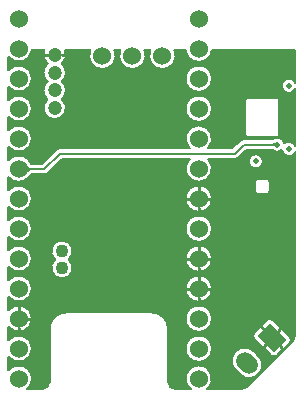
<source format=gbl>
G04 Layer: BottomLayer*
G04 EasyEDA Pro v2.2.40.8, 2025-10-17 17:16:52*
G04 Gerber Generator version 0.3*
G04 Scale: 100 percent, Rotated: No, Reflected: No*
G04 Dimensions in millimeters*
G04 Leading zeros omitted, absolute positions, 4 integers and 5 decimals*
G04 Generated by one-click*
%FSLAX45Y45*%
%MOMM*%
%AMOval*1,1,$1,$2,$3*1,1,$1,$4,$5*20,1,$1,$2,$3,$4,$5,0*%
%AMRect*21,1,$1,$2,0,0,$3*%
%ADD10C,0.2032*%
%ADD11C,0.254*%
%ADD12C,1.524*%
%ADD13C,1.2*%
%ADD14C,1.1*%
%ADD15Oval,1.5002X-0.17678X0.17678X0.17678X-0.17678*%
%ADD16Oval,1.5X-0.17678X0.17678X0.17678X-0.17678*%
%ADD17Rect,1.5X2.0X45.0*%
%ADD18C,0.5*%
%ADD19C,0.2*%
G75*


G04 Copper Start*
G36*
G01X319999Y35814D02*
G01X189369Y35814D01*
G01X205141Y49876D01*
G01X217991Y66649D01*
G01X227463Y85538D01*
G01X233219Y105869D01*
G01X235054Y126919D01*
G01X232904Y147940D01*
G01X226844Y168182D01*
G01X217090Y186927D01*
G01X203990Y203506D01*
G01X188010Y217330D01*
G01X169717Y227907D01*
G01X149764Y234861D01*
G01X128860Y237943D01*
G01X107749Y237045D01*
G01X87182Y232199D01*
G01X67891Y223576D01*
G01X50563Y211484D01*
G01X35814Y196353D01*
G01X35814Y309808D01*
G01X50612Y294635D01*
G01X68004Y282521D01*
G01X87365Y273900D01*
G01X108004Y269081D01*
G01X129182Y268235D01*
G01X150140Y271393D01*
G01X170127Y278443D01*
G01X188429Y289131D01*
G01X204391Y303076D01*
G01X217439Y319777D01*
G01X227108Y338637D01*
G01X233052Y358981D01*
G01X235057Y380081D01*
G01X233052Y401180D01*
G01X227108Y421524D01*
G01X217439Y440384D01*
G01X204391Y457085D01*
G01X188429Y471030D01*
G01X170127Y481718D01*
G01X150140Y488768D01*
G01X129182Y491926D01*
G01X108004Y491080D01*
G01X87365Y486261D01*
G01X68004Y477640D01*
G01X50612Y465526D01*
G01X35814Y450353D01*
G01X35814Y563808D01*
G01X50612Y548635D01*
G01X68004Y536521D01*
G01X87365Y527900D01*
G01X108004Y523081D01*
G01X129182Y522235D01*
G01X150140Y525393D01*
G01X170127Y532443D01*
G01X188429Y543131D01*
G01X204391Y557076D01*
G01X217439Y573777D01*
G01X227108Y592637D01*
G01X233052Y612981D01*
G01X235057Y634081D01*
G01X233052Y655180D01*
G01X227108Y675524D01*
G01X217439Y694384D01*
G01X204391Y711085D01*
G01X188429Y725030D01*
G01X170127Y735718D01*
G01X150140Y742768D01*
G01X129182Y745926D01*
G01X108004Y745080D01*
G01X87365Y740261D01*
G01X68004Y731640D01*
G01X50612Y719526D01*
G01X35814Y704353D01*
G01X35814Y817808D01*
G01X50612Y802635D01*
G01X68004Y790521D01*
G01X87365Y781900D01*
G01X108004Y777081D01*
G01X129182Y776235D01*
G01X150140Y779393D01*
G01X170127Y786443D01*
G01X188429Y797131D01*
G01X204391Y811076D01*
G01X217439Y827777D01*
G01X227108Y846637D01*
G01X233052Y866981D01*
G01X235057Y888081D01*
G01X1535029Y888081D01*
G01X1536936Y867498D01*
G01X1542593Y847616D01*
G01X1551807Y829113D01*
G01X1564264Y812617D01*
G01X1579540Y798691D01*
G01X1597114Y787810D01*
G01X1616389Y780343D01*
G01X1636708Y776544D01*
G01X1657379Y776544D01*
G01X1677697Y780343D01*
G01X1696972Y787810D01*
G01X1714547Y798691D01*
G01X1729823Y812617D01*
G01X1742279Y829113D01*
G01X1751493Y847616D01*
G01X1757150Y867498D01*
G01X1759057Y888081D01*
G01X1759057Y888081D01*
G01X1757150Y908663D01*
G01X1751493Y928545D01*
G01X1742279Y947048D01*
G01X1729823Y963544D01*
G01X1714547Y977470D01*
G01X1696972Y988351D01*
G01X1677697Y995818D01*
G01X1657379Y999617D01*
G01X1636708Y999617D01*
G01X1616389Y995818D01*
G01X1597114Y988351D01*
G01X1579540Y977470D01*
G01X1564264Y963544D01*
G01X1551807Y947048D01*
G01X1542593Y928545D01*
G01X1536936Y908663D01*
G01X1535029Y888081D01*
G01X235057Y888081D01*
G01X235057Y888081D01*
G01X233052Y909180D01*
G01X227108Y929524D01*
G01X217439Y948384D01*
G01X204391Y965085D01*
G01X188429Y979030D01*
G01X170127Y989718D01*
G01X150140Y996768D01*
G01X129182Y999926D01*
G01X108004Y999080D01*
G01X87365Y994261D01*
G01X68004Y985640D01*
G01X50612Y973526D01*
G01X35814Y958353D01*
G01X35814Y1071808D01*
G01X50612Y1056635D01*
G01X68004Y1044521D01*
G01X87365Y1035900D01*
G01X108004Y1031081D01*
G01X129182Y1030235D01*
G01X150140Y1033393D01*
G01X170127Y1040443D01*
G01X188429Y1051131D01*
G01X204391Y1065076D01*
G01X217439Y1081777D01*
G01X227108Y1100637D01*
G01X233052Y1120981D01*
G01X235057Y1142081D01*
G01X233052Y1163180D01*
G01X227108Y1183524D01*
G01X219116Y1199114D01*
G01X398091Y1199114D01*
G01X401357Y1180771D01*
G01X408297Y1163480D01*
G01X418619Y1147969D01*
G01X431890Y1134892D01*
G01X418619Y1121814D01*
G01X408297Y1106303D01*
G01X401357Y1089013D01*
G01X398091Y1070669D01*
G01X398638Y1052046D01*
G01X402975Y1033926D01*
G01X410918Y1017072D01*
G01X422133Y1002194D01*
G01X436148Y989918D01*
G01X452374Y980760D01*
G01X470128Y975107D01*
G01X488661Y973196D01*
G01X488661Y973196D01*
G01X507194Y975107D01*
G01X524948Y980760D01*
G01X541173Y989918D01*
G01X555189Y1002194D01*
G01X566404Y1017072D01*
G01X574347Y1033926D01*
G01X578683Y1052046D01*
G01X579230Y1070669D01*
G01X575965Y1089013D01*
G01X569025Y1106303D01*
G01X558703Y1121814D01*
G01X545432Y1134892D01*
G01X552727Y1142081D01*
G01X1535029Y1142081D01*
G01X1536936Y1121498D01*
G01X1542593Y1101616D01*
G01X1551807Y1083113D01*
G01X1564264Y1066617D01*
G01X1579540Y1052691D01*
G01X1597114Y1041810D01*
G01X1616389Y1034343D01*
G01X1636708Y1030544D01*
G01X1657379Y1030544D01*
G01X1677697Y1034343D01*
G01X1696972Y1041810D01*
G01X1714547Y1052691D01*
G01X1729823Y1066617D01*
G01X1742279Y1083113D01*
G01X1751493Y1101616D01*
G01X1757150Y1121498D01*
G01X1759057Y1142081D01*
G01X1759057Y1142081D01*
G01X1757150Y1162663D01*
G01X1751493Y1182545D01*
G01X1742279Y1201048D01*
G01X1729823Y1217544D01*
G01X1714547Y1231470D01*
G01X1696972Y1242351D01*
G01X1677697Y1249818D01*
G01X1657379Y1253617D01*
G01X1636708Y1253617D01*
G01X1616389Y1249818D01*
G01X1597114Y1242351D01*
G01X1579540Y1231470D01*
G01X1564264Y1217544D01*
G01X1551807Y1201048D01*
G01X1542593Y1182545D01*
G01X1536936Y1162663D01*
G01X1535029Y1142081D01*
G01X552727Y1142081D01*
G01X558703Y1147969D01*
G01X569025Y1163480D01*
G01X575965Y1180771D01*
G01X579230Y1199114D01*
G01X578683Y1217738D01*
G01X574347Y1235858D01*
G01X566404Y1252711D01*
G01X555189Y1267589D01*
G01X541173Y1279866D01*
G01X524948Y1289023D01*
G01X507194Y1294676D01*
G01X488661Y1296588D01*
G01X470128Y1294676D01*
G01X452374Y1289023D01*
G01X436148Y1279866D01*
G01X422133Y1267589D01*
G01X410918Y1252711D01*
G01X402975Y1235858D01*
G01X398638Y1217738D01*
G01X398091Y1199114D01*
G01X219116Y1199114D01*
G01X217439Y1202384D01*
G01X204391Y1219085D01*
G01X188429Y1233030D01*
G01X170127Y1243718D01*
G01X150140Y1250768D01*
G01X129182Y1253926D01*
G01X108004Y1253080D01*
G01X87365Y1248261D01*
G01X68004Y1239640D01*
G01X50612Y1227526D01*
G01X35814Y1212353D01*
G01X35814Y1325808D01*
G01X50612Y1310635D01*
G01X68004Y1298521D01*
G01X87365Y1289900D01*
G01X108004Y1285081D01*
G01X129182Y1284235D01*
G01X150140Y1287393D01*
G01X170127Y1294443D01*
G01X188429Y1305131D01*
G01X204391Y1319076D01*
G01X217439Y1335777D01*
G01X227108Y1354637D01*
G01X233052Y1374981D01*
G01X235057Y1396081D01*
G01X1535029Y1396081D01*
G01X1536936Y1375498D01*
G01X1542593Y1355616D01*
G01X1551807Y1337113D01*
G01X1564264Y1320617D01*
G01X1579540Y1306691D01*
G01X1597114Y1295810D01*
G01X1616389Y1288343D01*
G01X1636708Y1284544D01*
G01X1657379Y1284544D01*
G01X1677697Y1288343D01*
G01X1696972Y1295810D01*
G01X1714547Y1306691D01*
G01X1729823Y1320617D01*
G01X1742279Y1337113D01*
G01X1751493Y1355616D01*
G01X1757150Y1375498D01*
G01X1759057Y1396081D01*
G01X1759057Y1396081D01*
G01X1757150Y1416663D01*
G01X1751493Y1436545D01*
G01X1742279Y1455048D01*
G01X1729823Y1471544D01*
G01X1714547Y1485470D01*
G01X1696972Y1496351D01*
G01X1677697Y1503818D01*
G01X1657379Y1507617D01*
G01X1636708Y1507617D01*
G01X1616389Y1503818D01*
G01X1597114Y1496351D01*
G01X1579540Y1485470D01*
G01X1564264Y1471544D01*
G01X1551807Y1455048D01*
G01X1542593Y1436545D01*
G01X1536936Y1416663D01*
G01X1535029Y1396081D01*
G01X235057Y1396081D01*
G01X235057Y1396081D01*
G01X233052Y1417180D01*
G01X227108Y1437524D01*
G01X217439Y1456384D01*
G01X204391Y1473085D01*
G01X188429Y1487030D01*
G01X170127Y1497718D01*
G01X150140Y1504768D01*
G01X129182Y1507926D01*
G01X108004Y1507080D01*
G01X87365Y1502261D01*
G01X68004Y1493640D01*
G01X50612Y1481526D01*
G01X35814Y1466353D01*
G01X35814Y1579808D01*
G01X50612Y1564635D01*
G01X68004Y1552521D01*
G01X87365Y1543900D01*
G01X108004Y1539081D01*
G01X129182Y1538235D01*
G01X150140Y1541393D01*
G01X170127Y1548443D01*
G01X188429Y1559131D01*
G01X204391Y1573076D01*
G01X217439Y1589777D01*
G01X227108Y1608637D01*
G01X233052Y1628981D01*
G01X235057Y1650081D01*
G01X235057Y1650081D01*
G01X1535029Y1650081D01*
G01X1536936Y1629498D01*
G01X1542593Y1609616D01*
G01X1551807Y1591113D01*
G01X1564264Y1574617D01*
G01X1579540Y1560691D01*
G01X1597114Y1549810D01*
G01X1616389Y1542343D01*
G01X1636708Y1538544D01*
G01X1657379Y1538544D01*
G01X1677697Y1542343D01*
G01X1696972Y1549810D01*
G01X1714547Y1560691D01*
G01X1729823Y1574617D01*
G01X1742279Y1591113D01*
G01X1751493Y1609616D01*
G01X1757150Y1629498D01*
G01X1759057Y1650081D01*
G01X1759057Y1650081D01*
G01X1757150Y1670663D01*
G01X1751493Y1690545D01*
G01X1742279Y1709048D01*
G01X1729823Y1725544D01*
G01X1714547Y1739470D01*
G01X1696972Y1750351D01*
G01X1677697Y1757818D01*
G01X1657379Y1761617D01*
G01X1636708Y1761617D01*
G01X1616389Y1757818D01*
G01X1597114Y1750351D01*
G01X1579540Y1739470D01*
G01X1564264Y1725544D01*
G01X1551807Y1709048D01*
G01X1542593Y1690545D01*
G01X1536936Y1670663D01*
G01X1535029Y1650081D01*
G01X235057Y1650081D01*
G01X233052Y1671180D01*
G01X227108Y1691524D01*
G01X217439Y1710384D01*
G01X204391Y1727085D01*
G01X188429Y1741030D01*
G01X170127Y1751718D01*
G01X150140Y1758768D01*
G01X129182Y1761926D01*
G01X108004Y1761080D01*
G01X87365Y1756261D01*
G01X68004Y1747640D01*
G01X50612Y1735526D01*
G01X35814Y1720353D01*
G01X35814Y1789680D01*
G01X2122696Y1789680D01*
G01X2122696Y1715510D01*
G01X2124631Y1705784D01*
G01X2130140Y1697540D01*
G01X2138384Y1692030D01*
G01X2148110Y1690096D01*
G01X2222110Y1690096D01*
G01X2231836Y1692030D01*
G01X2240081Y1697540D01*
G01X2245590Y1705784D01*
G01X2247524Y1715510D01*
G01X2247524Y1789680D01*
G01X2247524Y1789680D01*
G01X2245590Y1799405D01*
G01X2240081Y1807650D01*
G01X2231836Y1813159D01*
G01X2222110Y1815094D01*
G01X2148110Y1815094D01*
G01X2138384Y1813159D01*
G01X2130140Y1807650D01*
G01X2124631Y1799405D01*
G01X2122696Y1789680D01*
G01X35814Y1789680D01*
G01X35814Y1833808D01*
G01X49867Y1819273D01*
G01X66304Y1807500D01*
G01X84589Y1798874D01*
G01X104127Y1793675D01*
G01X124281Y1792073D01*
G01X144395Y1794120D01*
G01X163813Y1799750D01*
G01X181903Y1808778D01*
G01X198076Y1820911D01*
G01X211804Y1835753D01*
G01X221799Y1847121D01*
G01X226862Y1852271D01*
G01X229270Y1854279D01*
G01X340017Y1854279D01*
G01X351874Y1855840D01*
G01X362924Y1860417D01*
G01X372412Y1867697D01*
G01X489000Y1984285D01*
G01X1568849Y1984285D01*
G01X1555609Y1968787D01*
G01X1545397Y1951147D01*
G01X1538551Y1931948D01*
G01X1535297Y1911826D01*
G01X1535744Y1891447D01*
G01X1539876Y1871488D01*
G01X1547557Y1852607D01*
G01X1558532Y1835431D01*
G01X1572437Y1820528D01*
G01X1588814Y1808391D01*
G01X1607118Y1799423D01*
G01X1626745Y1793921D01*
G01X1647043Y1792067D01*
G01X1667342Y1793921D01*
G01X1686968Y1799423D01*
G01X1705273Y1808391D01*
G01X1721649Y1820528D01*
G01X1735555Y1835431D01*
G01X1746530Y1852607D01*
G01X1754210Y1871488D01*
G01X1758343Y1891447D01*
G01X1758789Y1911826D01*
G01X1755535Y1931948D01*
G01X1748689Y1951147D01*
G01X1740614Y1965096D01*
G01X2069290Y1965096D01*
G01X2071057Y1950542D01*
G01X2076256Y1936834D01*
G01X2084584Y1924769D01*
G01X2095558Y1915047D01*
G01X2108539Y1908234D01*
G01X2122774Y1904725D01*
G01X2137434Y1904725D01*
G01X2151669Y1908234D01*
G01X2164650Y1915047D01*
G01X2175624Y1924769D01*
G01X2183952Y1936834D01*
G01X2189151Y1950542D01*
G01X2190918Y1965096D01*
G01X2189151Y1979650D01*
G01X2183952Y1993358D01*
G01X2175624Y2005423D01*
G01X2164650Y2015145D01*
G01X2151669Y2021958D01*
G01X2137434Y2025466D01*
G01X2122774Y2025466D01*
G01X2108539Y2021958D01*
G01X2095558Y2015145D01*
G01X2084584Y2005423D01*
G01X2076256Y1993358D01*
G01X2071057Y1979650D01*
G01X2069290Y1965096D01*
G01X2069290Y1965096D01*
G01X1740614Y1965096D01*
G01X1738477Y1968787D01*
G01X1725238Y1984285D01*
G01X1950095Y1984285D01*
G01X1961953Y1985846D01*
G01X1973002Y1990423D01*
G01X1982491Y1997704D01*
G01X2046576Y2061789D01*
G01X2270104Y2061789D01*
G01X2270435Y2061515D01*
G01X2282383Y2053479D01*
G01X2295885Y2048477D01*
G01X2310185Y2046789D01*
G01X2324481Y2048511D01*
G01X2337971Y2053545D01*
G01X2349899Y2061610D01*
G01X2354002Y2046663D01*
G01X2361749Y2033239D01*
G01X2372639Y2022209D01*
G01X2385963Y2014290D01*
G01X2400856Y2009997D01*
G01X2416350Y2009607D01*
G01X2431440Y2013148D01*
G01X2445145Y2020387D01*
G01X2456574Y2030857D01*
G01X2464986Y2043875D01*
G01X2464986Y492173D01*
G01X2463755Y479665D01*
G01X2460111Y467637D01*
G01X2454192Y456549D01*
G01X2446227Y446827D01*
G01X2054753Y54654D01*
G01X2045022Y46655D01*
G01X2033916Y40711D01*
G01X2021862Y37050D01*
G01X2009326Y35814D01*
G01X1713369Y35814D01*
G01X1728391Y49076D01*
G01X1740810Y64803D01*
G01X1750228Y82491D01*
G01X1756344Y101574D01*
G01X1758961Y121441D01*
G01X1757997Y141457D01*
G01X1753482Y160981D01*
G01X1745560Y179387D01*
G01X1734485Y196088D01*
G01X1720612Y210548D01*
G01X1704384Y222305D01*
G01X1686322Y230982D01*
G01X1667002Y236302D01*
G01X1647043Y238095D01*
G01X1627085Y236302D01*
G01X1607765Y230982D01*
G01X1589702Y222305D01*
G01X1573474Y210548D01*
G01X1559601Y196088D01*
G01X1548527Y179387D01*
G01X1540605Y160981D01*
G01X1536090Y141457D01*
G01X1535125Y121441D01*
G01X1537743Y101574D01*
G01X1543858Y82491D01*
G01X1553276Y64803D01*
G01X1565695Y49076D01*
G01X1580718Y35814D01*
G01X1450344Y35814D01*
G01X1436061Y37423D01*
G01X1422495Y42170D01*
G01X1410325Y49817D01*
G01X1400161Y59981D01*
G01X1392514Y72151D01*
G01X1387767Y85717D01*
G01X1386158Y100000D01*
G01X1386158Y380081D01*
G01X1535029Y380081D01*
G01X1536936Y359498D01*
G01X1542593Y339616D01*
G01X1551807Y321113D01*
G01X1564264Y304617D01*
G01X1579540Y290691D01*
G01X1597114Y279810D01*
G01X1616389Y272343D01*
G01X1636708Y268544D01*
G01X1657379Y268544D01*
G01X1677697Y272343D01*
G01X1678291Y272573D01*
G01X1926727Y272573D01*
G01X1929552Y252319D01*
G01X1936051Y232930D01*
G01X1946001Y215065D01*
G01X1959065Y199333D01*
G01X1959065Y199333D01*
G01X1994421Y163978D01*
G01X2010153Y150914D01*
G01X2028018Y140963D01*
G01X2047407Y134464D01*
G01X2067660Y131639D01*
G01X2088088Y132584D01*
G01X2107994Y137266D01*
G01X2126701Y145525D01*
G01X2143571Y157082D01*
G01X2158031Y171542D01*
G01X2169588Y188412D01*
G01X2177847Y207119D01*
G01X2182529Y227025D01*
G01X2183474Y247453D01*
G01X2180649Y267706D01*
G01X2174150Y287095D01*
G01X2164199Y304960D01*
G01X2151135Y320692D01*
G01X2115780Y356048D01*
G01X2100048Y369112D01*
G01X2082183Y379062D01*
G01X2062793Y385561D01*
G01X2042540Y388386D01*
G01X2022113Y387442D01*
G01X2002207Y382760D01*
G01X1983500Y374500D01*
G01X1966629Y362943D01*
G01X1952170Y348484D01*
G01X1940613Y331613D01*
G01X1932353Y312906D01*
G01X1927671Y293000D01*
G01X1926727Y272573D01*
G01X1678291Y272573D01*
G01X1696972Y279810D01*
G01X1714547Y290691D01*
G01X1729823Y304617D01*
G01X1742279Y321113D01*
G01X1751493Y339616D01*
G01X1757150Y359498D01*
G01X1759057Y380081D01*
G01X1759057Y380081D01*
G01X1757150Y400663D01*
G01X1751493Y420545D01*
G01X1742279Y439048D01*
G01X1729823Y455544D01*
G01X1714547Y469470D01*
G01X1696972Y480351D01*
G01X1677697Y487818D01*
G01X1657379Y491617D01*
G01X1636708Y491617D01*
G01X1616389Y487818D01*
G01X1597114Y480351D01*
G01X1579540Y469470D01*
G01X1564264Y455544D01*
G01X1551807Y439048D01*
G01X1542593Y420545D01*
G01X1536936Y400663D01*
G01X1535029Y380081D01*
G01X1386158Y380081D01*
G01X1386158Y495425D01*
G01X2108115Y495425D01*
G01X2108115Y484220D01*
G01X2111578Y473563D01*
G01X2118164Y464498D01*
G01X2259586Y323077D01*
G01X2268651Y316490D01*
G01X2279307Y313028D01*
G01X2290513Y313028D01*
G01X2301169Y316490D01*
G01X2310234Y323077D01*
G01X2416300Y429143D01*
G01X2416300Y429143D01*
G01X2422886Y438208D01*
G01X2426349Y448864D01*
G01X2426349Y460069D01*
G01X2422886Y470726D01*
G01X2416300Y479791D01*
G01X2274879Y621213D01*
G01X2265814Y627799D01*
G01X2255157Y631261D01*
G01X2243952Y631261D01*
G01X2233295Y627799D01*
G01X2224230Y621213D01*
G01X2118164Y515147D01*
G01X2111578Y506082D01*
G01X2108115Y495425D01*
G01X1386158Y495425D01*
G01X1386158Y549999D01*
G01X1384486Y571245D01*
G01X1379511Y591967D01*
G01X1371355Y611657D01*
G01X1360220Y629828D01*
G01X1356588Y634081D01*
G01X1535029Y634081D01*
G01X1536936Y613498D01*
G01X1542593Y593616D01*
G01X1551807Y575113D01*
G01X1564264Y558617D01*
G01X1579540Y544691D01*
G01X1597114Y533810D01*
G01X1616389Y526343D01*
G01X1636708Y522544D01*
G01X1657379Y522544D01*
G01X1677697Y526343D01*
G01X1696972Y533810D01*
G01X1714547Y544691D01*
G01X1729823Y558617D01*
G01X1742279Y575113D01*
G01X1751493Y593616D01*
G01X1757150Y613498D01*
G01X1759057Y634081D01*
G01X1759057Y634081D01*
G01X1757150Y654663D01*
G01X1751493Y674545D01*
G01X1742279Y693048D01*
G01X1729823Y709544D01*
G01X1714547Y723470D01*
G01X1696972Y734351D01*
G01X1677697Y741818D01*
G01X1657379Y745617D01*
G01X1636708Y745617D01*
G01X1616389Y741818D01*
G01X1597114Y734351D01*
G01X1579540Y723470D01*
G01X1564264Y709544D01*
G01X1551807Y693048D01*
G01X1542593Y674545D01*
G01X1536936Y654663D01*
G01X1535029Y634081D01*
G01X1356588Y634081D01*
G01X1346379Y646034D01*
G01X1330173Y659875D01*
G01X1312002Y671010D01*
G01X1292313Y679165D01*
G01X1271590Y684141D01*
G01X1250344Y685813D01*
G01X519999Y685813D01*
G01X498753Y684141D01*
G01X478030Y679165D01*
G01X458341Y671010D01*
G01X440170Y659875D01*
G01X423964Y646034D01*
G01X410123Y629828D01*
G01X398988Y611657D01*
G01X390832Y591967D01*
G01X385857Y571245D01*
G01X384185Y549999D01*
G01X384185Y100000D01*
G01X382576Y85717D01*
G01X377829Y72151D01*
G01X370182Y59981D01*
G01X360018Y49817D01*
G01X347848Y42170D01*
G01X334282Y37423D01*
G01X319999Y35814D01*
G37*
G36*
G01X206747Y1978517D02*
G01X192626Y1991861D01*
G01X176412Y2002563D01*
G01X158593Y2010304D01*
G01X139705Y2014848D01*
G01X120315Y2016061D01*
G01X101007Y2013906D01*
G01X82362Y2008446D01*
G01X64941Y1999847D01*
G01X49268Y1988368D01*
G01X35814Y1974353D01*
G01X35814Y2087808D01*
G01X50612Y2072635D01*
G01X68004Y2060521D01*
G01X87365Y2051900D01*
G01X108004Y2047081D01*
G01X129182Y2046235D01*
G01X150140Y2049393D01*
G01X170127Y2056443D01*
G01X188429Y2067131D01*
G01X204391Y2081076D01*
G01X217439Y2097777D01*
G01X227108Y2116637D01*
G01X233052Y2136981D01*
G01X235057Y2158081D01*
G01X233052Y2179180D01*
G01X227108Y2199524D01*
G01X217439Y2218384D01*
G01X204391Y2235085D01*
G01X188429Y2249030D01*
G01X170127Y2259718D01*
G01X150140Y2266768D01*
G01X129182Y2269926D01*
G01X108004Y2269080D01*
G01X87365Y2264261D01*
G01X68004Y2255640D01*
G01X50612Y2243526D01*
G01X35814Y2228353D01*
G01X35814Y2341808D01*
G01X50612Y2326635D01*
G01X68004Y2314521D01*
G01X87365Y2305900D01*
G01X108004Y2301081D01*
G01X129182Y2300235D01*
G01X150140Y2303393D01*
G01X170127Y2310443D01*
G01X188429Y2321131D01*
G01X204391Y2335076D01*
G01X217439Y2351777D01*
G01X227108Y2370637D01*
G01X233052Y2390981D01*
G01X235057Y2412081D01*
G01X233052Y2433180D01*
G01X227108Y2453524D01*
G01X217439Y2472384D01*
G01X204391Y2489085D01*
G01X188429Y2503030D01*
G01X170127Y2513718D01*
G01X150140Y2520768D01*
G01X129182Y2523926D01*
G01X108004Y2523080D01*
G01X87365Y2518261D01*
G01X68004Y2509640D01*
G01X50612Y2497526D01*
G01X35814Y2482353D01*
G01X35814Y2595808D01*
G01X50612Y2580635D01*
G01X68004Y2568521D01*
G01X87365Y2559900D01*
G01X108004Y2555081D01*
G01X129182Y2554235D01*
G01X150140Y2557393D01*
G01X170127Y2564443D01*
G01X188429Y2575131D01*
G01X204391Y2589076D01*
G01X217439Y2605777D01*
G01X227108Y2624637D01*
G01X233052Y2644981D01*
G01X235057Y2666081D01*
G01X233052Y2687180D01*
G01X227108Y2707524D01*
G01X217439Y2726384D01*
G01X204391Y2743085D01*
G01X188429Y2757030D01*
G01X170127Y2767718D01*
G01X150140Y2774768D01*
G01X129182Y2777926D01*
G01X108004Y2777080D01*
G01X87365Y2772261D01*
G01X68004Y2763640D01*
G01X50612Y2751526D01*
G01X35814Y2736353D01*
G01X35814Y2849808D01*
G01X49856Y2835282D01*
G01X66279Y2823515D01*
G01X84548Y2814889D01*
G01X104070Y2809685D01*
G01X124209Y2808073D01*
G01X144310Y2810104D01*
G01X163719Y2815713D01*
G01X181805Y2824717D01*
G01X197980Y2836824D01*
G01X211716Y2851639D01*
G01X222568Y2868681D01*
G01X230182Y2887395D01*
G01X234311Y2907172D01*
G01X340336Y2907172D01*
G01X334213Y2889964D01*
G01X331466Y2871906D01*
G01X332195Y2853656D01*
G01X336375Y2835875D01*
G01X343852Y2819211D01*
G01X354357Y2804268D01*
G01X367505Y2791591D01*
G01X353806Y2778264D01*
G01X343024Y2762484D01*
G01X335589Y2744878D01*
G01X331796Y2726147D01*
G01X331796Y2707035D01*
G01X335589Y2688303D01*
G01X343024Y2670697D01*
G01X353806Y2654917D01*
G01X367505Y2641591D01*
G01X353806Y2628264D01*
G01X343024Y2612484D01*
G01X335589Y2594878D01*
G01X331796Y2576147D01*
G01X331796Y2557035D01*
G01X335589Y2538303D01*
G01X343024Y2520697D01*
G01X353806Y2504917D01*
G01X367506Y2491591D01*
G01X353436Y2477821D01*
G01X342477Y2461467D01*
G01X335093Y2443219D01*
G01X331593Y2423846D01*
G01X332127Y2404168D01*
G01X336671Y2385013D01*
G01X345034Y2367192D01*
G01X356863Y2351456D01*
G01X371658Y2338469D01*
G01X388795Y2328781D01*
G01X407550Y2322799D01*
G01X427132Y2320777D01*
G01X446714Y2322799D01*
G01X465469Y2328781D01*
G01X482606Y2338469D01*
G01X497401Y2351456D01*
G01X509230Y2367192D01*
G01X517593Y2385013D01*
G01X522137Y2404168D01*
G01X522352Y2412081D01*
G01X1535029Y2412081D01*
G01X1536936Y2391498D01*
G01X1542593Y2371616D01*
G01X1551807Y2353113D01*
G01X1564264Y2336617D01*
G01X1579540Y2322691D01*
G01X1597114Y2311810D01*
G01X1616389Y2304343D01*
G01X1636708Y2300544D01*
G01X1657379Y2300544D01*
G01X1677697Y2304343D01*
G01X1696972Y2311810D01*
G01X1714547Y2322691D01*
G01X1729823Y2336617D01*
G01X1742279Y2353113D01*
G01X1751493Y2371616D01*
G01X1757150Y2391498D01*
G01X1759057Y2412081D01*
G01X1759057Y2412081D01*
G01X1757150Y2432663D01*
G01X1751493Y2452545D01*
G01X1742279Y2471048D01*
G01X1735474Y2480060D01*
G01X2040896Y2480060D01*
G01X2040896Y2194820D01*
G01X2042831Y2185095D01*
G01X2048340Y2176850D01*
G01X2056585Y2171341D01*
G01X2066310Y2169406D01*
G01X2301550Y2169406D01*
G01X2311276Y2171341D01*
G01X2319521Y2176850D01*
G01X2325030Y2185095D01*
G01X2326964Y2194820D01*
G01X2326964Y2480060D01*
G01X2326964Y2480060D01*
G01X2325030Y2489786D01*
G01X2319521Y2498030D01*
G01X2311276Y2503540D01*
G01X2301550Y2505474D01*
G01X2066310Y2505474D01*
G01X2056585Y2503540D01*
G01X2048340Y2498030D01*
G01X2042831Y2489786D01*
G01X2040896Y2480060D01*
G01X1735474Y2480060D01*
G01X1729823Y2487544D01*
G01X1714547Y2501470D01*
G01X1696972Y2512351D01*
G01X1677697Y2519818D01*
G01X1657379Y2523617D01*
G01X1636708Y2523617D01*
G01X1616389Y2519818D01*
G01X1597114Y2512351D01*
G01X1579540Y2501470D01*
G01X1564264Y2487544D01*
G01X1551807Y2471048D01*
G01X1542593Y2452545D01*
G01X1536936Y2432663D01*
G01X1535029Y2412081D01*
G01X522352Y2412081D01*
G01X522671Y2423846D01*
G01X519171Y2443219D01*
G01X511786Y2461467D01*
G01X500828Y2477821D01*
G01X486758Y2491591D01*
G01X500458Y2504917D01*
G01X511240Y2520697D01*
G01X518675Y2538303D01*
G01X522468Y2557035D01*
G01X522468Y2576147D01*
G01X518675Y2594878D01*
G01X511240Y2612484D01*
G01X500458Y2628264D01*
G01X486759Y2641591D01*
G01X500458Y2654917D01*
G01X508085Y2666081D01*
G01X1535029Y2666081D01*
G01X1536936Y2645498D01*
G01X1542593Y2625616D01*
G01X1551807Y2607113D01*
G01X1564264Y2590617D01*
G01X1579540Y2576691D01*
G01X1597114Y2565810D01*
G01X1616389Y2558343D01*
G01X1636708Y2554544D01*
G01X1657379Y2554544D01*
G01X1677697Y2558343D01*
G01X1696972Y2565810D01*
G01X1714547Y2576691D01*
G01X1729823Y2590617D01*
G01X1742279Y2607113D01*
G01X1751493Y2625616D01*
G01X1757150Y2645498D01*
G01X1759057Y2666081D01*
G01X1759057Y2666081D01*
G01X1757150Y2686663D01*
G01X1751493Y2706545D01*
G01X1742279Y2725048D01*
G01X1729823Y2741544D01*
G01X1714547Y2755470D01*
G01X1696972Y2766351D01*
G01X1677697Y2773818D01*
G01X1657379Y2777617D01*
G01X1636708Y2777617D01*
G01X1616389Y2773818D01*
G01X1597114Y2766351D01*
G01X1579540Y2755470D01*
G01X1564264Y2741544D01*
G01X1551807Y2725048D01*
G01X1542593Y2706545D01*
G01X1536936Y2686663D01*
G01X1535029Y2666081D01*
G01X508085Y2666081D01*
G01X511240Y2670697D01*
G01X518675Y2688303D01*
G01X522468Y2707035D01*
G01X522468Y2726147D01*
G01X518675Y2744878D01*
G01X511240Y2762484D01*
G01X500458Y2778264D01*
G01X486759Y2791591D01*
G01X499907Y2804268D01*
G01X510412Y2819211D01*
G01X517889Y2835875D01*
G01X522069Y2853656D01*
G01X522798Y2871906D01*
G01X520051Y2889964D01*
G01X513928Y2907172D01*
G01X730103Y2907172D01*
G01X722956Y2887933D01*
G01X719438Y2867714D01*
G01X719669Y2847192D01*
G01X723640Y2827056D01*
G01X731218Y2807983D01*
G01X742149Y2790613D01*
G01X756065Y2775529D01*
G01X772500Y2763237D01*
G01X790902Y2754150D01*
G01X810653Y2748572D01*
G01X831090Y2746692D01*
G01X851526Y2748572D01*
G01X871277Y2754150D01*
G01X889679Y2763237D01*
G01X906114Y2775529D01*
G01X920030Y2790613D01*
G01X930961Y2807983D01*
G01X938539Y2827056D01*
G01X942510Y2847192D01*
G01X942741Y2867714D01*
G01X939223Y2887933D01*
G01X932076Y2907172D01*
G01X984103Y2907172D01*
G01X976956Y2887933D01*
G01X973438Y2867714D01*
G01X973669Y2847192D01*
G01X977640Y2827056D01*
G01X985218Y2807983D01*
G01X996149Y2790613D01*
G01X1010065Y2775529D01*
G01X1026500Y2763237D01*
G01X1044902Y2754150D01*
G01X1064653Y2748572D01*
G01X1085090Y2746692D01*
G01X1105526Y2748572D01*
G01X1125277Y2754150D01*
G01X1143679Y2763237D01*
G01X1160114Y2775529D01*
G01X1174030Y2790613D01*
G01X1184961Y2807983D01*
G01X1192539Y2827056D01*
G01X1196510Y2847192D01*
G01X1196741Y2867714D01*
G01X1193223Y2887933D01*
G01X1186076Y2907172D01*
G01X1238103Y2907172D01*
G01X1230956Y2887933D01*
G01X1227438Y2867714D01*
G01X1227669Y2847192D01*
G01X1231640Y2827056D01*
G01X1239218Y2807983D01*
G01X1250149Y2790613D01*
G01X1264065Y2775529D01*
G01X1280500Y2763237D01*
G01X1298902Y2754150D01*
G01X1318653Y2748572D01*
G01X1339090Y2746692D01*
G01X1359526Y2748572D01*
G01X1379277Y2754150D01*
G01X1397679Y2763237D01*
G01X1414114Y2775529D01*
G01X1428030Y2790613D01*
G01X1438961Y2807983D01*
G01X1446539Y2827056D01*
G01X1450510Y2847192D01*
G01X1450741Y2867714D01*
G01X1447223Y2887933D01*
G01X1440076Y2907172D01*
G01X1535775Y2907172D01*
G01X1539947Y2887255D01*
G01X1547652Y2868422D01*
G01X1558638Y2851294D01*
G01X1572541Y2836435D01*
G01X1588903Y2824337D01*
G01X1607183Y2815399D01*
G01X1626779Y2809915D01*
G01X1647043Y2808067D01*
G01X1667308Y2809915D01*
G01X1686903Y2815399D01*
G01X1705184Y2824337D01*
G01X1721545Y2836435D01*
G01X1735448Y2851294D01*
G01X1746434Y2868422D01*
G01X1754140Y2887255D01*
G01X1758311Y2907172D01*
G01X2464986Y2907172D01*
G01X2464986Y2631353D01*
G01X2456984Y2643882D01*
G01X2446181Y2654094D01*
G01X2433223Y2661381D01*
G01X2418884Y2665306D01*
G01X2404022Y2665635D01*
G01X2389524Y2662348D01*
G01X2376256Y2655642D01*
G01X2365012Y2645917D01*
G01X2356463Y2633755D01*
G01X2351121Y2619882D01*
G01X2349304Y2605127D01*
G01X2351121Y2590372D01*
G01X2356463Y2576500D01*
G01X2365012Y2564337D01*
G01X2376256Y2554612D01*
G01X2389524Y2547906D01*
G01X2404022Y2544619D01*
G01X2418884Y2544948D01*
G01X2433223Y2548873D01*
G01X2446181Y2556160D01*
G01X2456984Y2566373D01*
G01X2464986Y2578901D01*
G01X2464986Y2096327D01*
G01X2457571Y2108134D01*
G01X2447662Y2117942D01*
G01X2435780Y2125235D01*
G01X2422549Y2129631D01*
G01X2408665Y2130898D01*
G01X2394857Y2128969D01*
G01X2381851Y2123947D01*
G01X2370331Y2116094D01*
G01X2366635Y2130043D01*
G01X2359757Y2142728D01*
G01X2350084Y2153436D01*
G01X2338160Y2161563D01*
G01X2324657Y2166652D01*
G01X2310335Y2168416D01*
G01X2296001Y2166757D01*
G01X2282461Y2161767D01*
G01X2270478Y2153727D01*
G01X2270100Y2153417D01*
G01X2027599Y2153417D01*
G01X2015741Y2151856D01*
G01X2004692Y2147279D01*
G01X1995204Y2139998D01*
G01X1931118Y2075913D01*
G01X1723172Y2075913D01*
G01X1736933Y2091245D01*
G01X1747653Y2108838D01*
G01X1754969Y2128096D01*
G01X1758635Y2148369D01*
G01X1758527Y2168970D01*
G01X1754647Y2189203D01*
G01X1747127Y2208383D01*
G01X1736222Y2225861D01*
G01X1722301Y2241047D01*
G01X1705833Y2253426D01*
G01X1687378Y2262581D01*
G01X1667557Y2268200D01*
G01X1647043Y2270095D01*
G01X1626529Y2268200D01*
G01X1606709Y2262581D01*
G01X1588253Y2253426D01*
G01X1571786Y2241047D01*
G01X1557864Y2225861D01*
G01X1546959Y2208383D01*
G01X1539440Y2189203D01*
G01X1535560Y2168970D01*
G01X1535451Y2148369D01*
G01X1539117Y2128096D01*
G01X1546434Y2108838D01*
G01X1557154Y2091245D01*
G01X1570914Y2075913D01*
G01X470023Y2075913D01*
G01X458165Y2074352D01*
G01X447116Y2069775D01*
G01X437628Y2062494D01*
G01X321040Y1945907D01*
G01X230531Y1945907D01*
G01X228652Y1945993D01*
G01X225895Y1950640D01*
G01X221283Y1958633D01*
G01X219912Y1960823D01*
G01X213985Y1969571D01*
G01X212064Y1972149D01*
G01X210728Y1973783D01*
G01X208793Y1976151D01*
G01X208387Y1976647D01*
G01X206747Y1978517D01*
G37*
G54D10*
G01X319999Y35814D02*
G01X189369Y35814D01*
G03X203990Y203506I-66326J90267D01*
G03X35814Y196353I-80947J-77426D01*
G01X35814Y309808D01*
G03X235057Y380081I87229J70272D01*
G03X35814Y450353I-112014J0D01*
G01X35814Y563808D01*
G03X235057Y634081I87229J70272D01*
G03X35814Y704353I-112014J0D01*
G01X35814Y817808D01*
G03X235057Y888081I87229J70272D01*
G03X35814Y958353I-112014J0D01*
G01X35814Y1071808D01*
G03X235057Y1142081I87229J70272D01*
G03X35814Y1212353I-112014J0D01*
G01X35814Y1325808D01*
G03X235057Y1396081I87229J70272D01*
G03X35814Y1466353I-112014J0D01*
G01X35814Y1579808D01*
G03X235057Y1650081I87229J70272D01*
G03X35814Y1720353I-112014J0D01*
G01X35814Y1833808D01*
G03X211804Y1835753I87229J70272D01*
G01X221799Y1847121D01*
G01X226862Y1852271D01*
G01X229270Y1854279D01*
G01X340017Y1854279D01*
G03X372412Y1867697I0J45814D01*
G01X489000Y1984285D01*
G01X1568849Y1984285D01*
G03X1647043Y1792067I78194J-80205D01*
G03X1725238Y1984285I0J112014D01*
G01X1950095Y1984285D01*
G03X1982491Y1997704I0J45814D01*
G01X2046576Y2061789D01*
G01X2270104Y2061789D01*
G01X2270435Y2061515D01*
G03X2349899Y2061610I39677J46087D01*
G03X2464986Y2043875I60218J8491D01*
G01X2464986Y492173D01*
G02X2446227Y446827I-64186J0D01*
G01X2054753Y54654D01*
G02X2009326Y35814I-45427J45346D01*
G01X1713369Y35814D01*
G03X1647043Y238095I-66326J90267D01*
G03X1580718Y35814I0J-112014D01*
G01X1450344Y35814D01*
G02X1386158Y100000I0J64186D01*
G01X1386158Y549999D01*
G03X1250344Y685813I-135814J0D01*
G01X519999Y685813D01*
G03X384185Y549999I0J-135814D01*
G01X384185Y100000D01*
G02X319999Y35814I-64186J0D01*
G01X488661Y973196D02*
G03X545432Y1134892I0J90814D01*
G03X488661Y1296588I-56771J70882D01*
G03X431890Y1134892I0J-90814D01*
G03X488661Y973196I56771J-70882D01*
G01X1759057Y380081D02*
G03X1535029Y380081I-112014J0D01*
G03X1759057Y380081I112014J0D01*
G01X1759057Y634081D02*
G03X1535029Y634081I-112014J0D01*
G03X1759057Y634081I112014J0D01*
G01X1759057Y888081D02*
G03X1535029Y888081I-112014J0D01*
G03X1759057Y888081I112014J0D01*
G01X1759057Y1142081D02*
G03X1535029Y1142081I-112014J0D01*
G03X1759057Y1142081I112014J0D01*
G01X1759057Y1650081D02*
G03X1535029Y1650081I-112014J0D01*
G03X1759057Y1650081I112014J0D01*
G01X1759057Y1396081D02*
G03X1535029Y1396081I-112014J0D01*
G03X1759057Y1396081I112014J0D01*
G01X1959065Y199333D02*
G01X1994421Y163978D01*
G03X2151135Y320692I78357J78357D01*
G01X2115780Y356048D01*
G03X1959065Y199333I-78357J-78357D01*
G01X2069290Y1965096D02*
G03X2190918Y1965096I60814J0D01*
G03X2069290Y1965096I-60814J0D01*
G01X2416300Y429143D02*
G03X2416300Y479791I-25324J25324D01*
G01X2274879Y621213D01*
G03X2224230Y621213I-25324J-25324D01*
G01X2118164Y515147D01*
G03X2118164Y464498I25324J-25324D01*
G01X2259586Y323077D01*
G03X2310234Y323077I25324J25324D01*
G01X2416300Y429143D01*
G01X2247524Y1789680D02*
G03X2222110Y1815094I-25414J0D01*
G01X2148110Y1815094D01*
G03X2122696Y1789680I0J-25414D01*
G01X2122696Y1715510D01*
G03X2148110Y1690096I25414J0D01*
G01X2222110Y1690096D01*
G03X2247524Y1715510I0J25414D01*
G01X2247524Y1789680D01*
G01X206747Y1978517D02*
G03X35814Y1974353I-83704J-74437D01*
G01X35814Y2087808D01*
G03X235057Y2158081I87229J70272D01*
G03X35814Y2228353I-112014J0D01*
G01X35814Y2341808D01*
G03X235057Y2412081I87229J70272D01*
G03X35814Y2482353I-112014J0D01*
G01X35814Y2595808D01*
G03X235057Y2666081I87229J70272D01*
G03X35814Y2736353I-112014J0D01*
G01X35814Y2849808D01*
G03X234311Y2907172I87229J70272D01*
G01X340336Y2907172D01*
G03X367505Y2791591I86796J-40581D01*
G03X367505Y2641591I59627J-75000D01*
G03X367506Y2491591I59627J-75000D01*
G03X427132Y2320777I59626J-75000D01*
G03X486758Y2491591I0J95814D01*
G03X486759Y2641591I-59626J75000D01*
G03X486759Y2791591I-59627J75000D01*
G03X513928Y2907172I-59627J75000D01*
G01X730103Y2907172D01*
G03X831090Y2746692I100986J-48465D01*
G03X932076Y2907172I0J112014D01*
G01X984103Y2907172D01*
G03X1085090Y2746692I100986J-48465D01*
G03X1186076Y2907172I0J112014D01*
G01X1238103Y2907172D01*
G03X1339090Y2746692I100986J-48465D01*
G03X1440076Y2907172I0J112014D01*
G01X1535775Y2907172D01*
G03X1758311Y2907172I111268J12909D01*
G01X2464986Y2907172D01*
G01X2464986Y2631353D01*
G03X2349304Y2605127I-54868J-26226D01*
G03X2464986Y2578901I60814J0D01*
G01X2464986Y2096327D01*
G03X2370331Y2116094I-54868J-26226D01*
G03X2270478Y2153727I-60218J-8491D01*
G01X2270100Y2153417D01*
G01X2027599Y2153417D01*
G03X1995204Y2139998I0J-45814D01*
G01X1931118Y2075913D01*
G01X1723172Y2075913D01*
G03X1647043Y2270095I-76129J82167D01*
G03X1570914Y2075913I0J-112014D01*
G01X470023Y2075913D01*
G03X437628Y2062494I0J-45814D01*
G01X321040Y1945907D01*
G01X230531Y1945907D01*
G01X228652Y1945993D01*
G01X225895Y1950640D01*
G01X221283Y1958633D01*
G03X219912Y1960823I-31021J-17898D01*
G01X213985Y1969571D01*
G03X212064Y1972149I-29650J-20088D01*
G01X210728Y1973783D01*
G03X208793Y1976151I-87685J-69703D01*
G01X208387Y1976647D01*
G01X206747Y1978517D01*
G01X1759057Y2666081D02*
G03X1535029Y2666081I-112014J0D01*
G03X1759057Y2666081I112014J0D01*
G01X1759057Y2412081D02*
G03X1535029Y2412081I-112014J0D01*
G03X1759057Y2412081I112014J0D01*
G01X2326964Y2480060D02*
G03X2301550Y2505474I-25414J0D01*
G01X2066310Y2505474D01*
G03X2040896Y2480060I0J-25414D01*
G01X2040896Y2194820D01*
G03X2066310Y2169406I25414J0D01*
G01X2301550Y2169406D01*
G03X2326964Y2194820I0J25414D01*
G01X2326964Y2480060D01*
G54D11*
G01X198989Y634081D02*
G01X224897Y634081D01*
G01X123043Y558135D02*
G01X123043Y532227D01*
G01X123043Y710027D02*
G01X123043Y735935D01*
G01X1722989Y1142081D02*
G01X1748897Y1142081D01*
G01X1571097Y1142081D02*
G01X1545189Y1142081D01*
G01X1647043Y1066135D02*
G01X1647043Y1040227D01*
G01X1647043Y1218027D02*
G01X1647043Y1243935D01*
G01X1722989Y1650081D02*
G01X1748897Y1650081D01*
G01X1571097Y1650081D02*
G01X1545189Y1650081D01*
G01X1647043Y1574135D02*
G01X1647043Y1548227D01*
G01X1647043Y1726027D02*
G01X1647043Y1751935D01*
G01X1722989Y888081D02*
G01X1748897Y888081D01*
G01X1571097Y888081D02*
G01X1545189Y888081D01*
G01X1647043Y812135D02*
G01X1647043Y786227D01*
G01X1647043Y964027D02*
G01X1647043Y989935D01*
G01X486878Y2866591D02*
G01X512786Y2866591D01*
G01X367386Y2866591D02*
G01X341478Y2866591D01*
G01X2214379Y419291D02*
G01X2196059Y400972D01*
G01X2320086Y524998D02*
G01X2338405Y543318D01*
G01X2196701Y542676D02*
G01X2178381Y560995D01*
G01X2337763Y401614D02*
G01X2356083Y383294D01*
G04 Copper End*

G04 TearDrop Start*
G36*
G01X229707Y1910093D02*
G01X223725Y1890093D01*
G01X220252Y1889705D01*
G01X216742Y1888597D01*
G01X213206Y1886853D01*
G01X209656Y1884556D01*
G01X202564Y1878640D01*
G01X195562Y1871518D01*
G01X182214Y1856337D01*
G01X176061Y1849618D01*
G01X170385Y1844371D01*
G01X176367Y1958515D01*
G01X180658Y1953981D01*
G01X184335Y1949483D01*
G01X190262Y1940735D01*
G01X194982Y1932554D01*
G01X199331Y1925225D01*
G01X201626Y1921968D01*
G01X204142Y1919030D01*
G01X206982Y1916447D01*
G01X210252Y1914254D01*
G01X214054Y1912487D01*
G01X218495Y1911180D01*
G01X223677Y1910371D01*
G01X229707Y1910093D01*
G37*
G36*
G01X2276077Y2097603D02*
G01X2276077Y2117603D01*
G01X2278524Y2117799D01*
G01X2280904Y2118355D01*
G01X2285447Y2120337D01*
G01X2289680Y2123140D01*
G01X2293577Y2126353D01*
G01X2293577Y2088853D01*
G01X2289680Y2092066D01*
G01X2285447Y2094868D01*
G01X2280904Y2096851D01*
G01X2278524Y2097406D01*
G01X2276077Y2097603D01*
G37*
G04 TearDrop End*

G04 Pad Start*
G54D12*
G01X1647043Y126081D03*
G01X1647043Y380081D03*
G01X1647043Y634081D03*
G01X1647043Y888081D03*
G01X1647043Y1142081D03*
G01X1647043Y1396081D03*
G01X1647043Y1650081D03*
G01X1647043Y1904081D03*
G01X1647043Y2158081D03*
G01X1647043Y2412081D03*
G01X1647043Y2666081D03*
G01X1647043Y2920081D03*
G01X1647043Y3174081D03*
G01X123043Y3174081D03*
G01X123043Y2920081D03*
G01X123043Y2666081D03*
G01X123043Y2412081D03*
G01X123043Y2158081D03*
G01X123043Y1904081D03*
G01X123043Y1650081D03*
G01X123043Y1396081D03*
G01X123043Y1142081D03*
G01X123043Y888081D03*
G01X123043Y634081D03*
G01X123043Y380081D03*
G01X123043Y126081D03*
G01X1339090Y2858706D03*
G01X1085090Y2858706D03*
G01X831090Y2858706D03*
G54D13*
G01X427132Y2866591D03*
G01X427132Y2716591D03*
G01X427132Y2566591D03*
G01X427132Y2416591D03*
G54D14*
G01X488661Y1064010D03*
G01X488661Y1205774D03*
G54D16*
G01X2055100Y260013D03*
G54D17*
G01X2267232Y472145D03*
G04 Pad End*

G04 Via Start*
G54D18*
G01X2130104Y1965096D03*
G01X2239615Y1965096D03*
G01X2351631Y2339657D03*
G01X2410118Y2070101D03*
G01X1795088Y2465120D03*
G01X1795088Y2347615D03*
G01X1795088Y2227609D03*
G01X1795088Y2112603D03*
G01X2402617Y1644301D03*
G01X1970096Y1646801D03*
G01X2310113Y2107603D03*
G01X1467572Y1875092D03*
G01X1440070Y2160105D03*
G01X278390Y2866591D03*
G01X578390Y2866591D03*
G01X1478390Y2866591D03*
G01X1778390Y2866591D03*
G01X2078390Y2866591D03*
G01X2378390Y2866591D03*
G01X728390Y2716591D03*
G01X1028390Y2716591D03*
G01X1328390Y2716591D03*
G01X1928390Y2716591D03*
G01X2228390Y2716591D03*
G01X578390Y2566591D03*
G01X1178390Y2566591D03*
G01X1478390Y2566591D03*
G01X1778390Y2566591D03*
G01X2078390Y2566591D03*
G01X278390Y2266591D03*
G01X1178390Y2266591D03*
G01X428390Y2116591D03*
G01X1028390Y2116591D03*
G01X278390Y1966591D03*
G01X578390Y1966591D03*
G01X1178390Y1966591D03*
G01X1778390Y1966591D03*
G01X2415892Y1969091D03*
G01X428390Y1816591D03*
G01X728390Y1816591D03*
G01X1328390Y1816591D03*
G01X1975893Y1851592D03*
G01X2418392Y1816591D03*
G01X278390Y1666591D03*
G01X578390Y1666591D03*
G01X878390Y1666591D03*
G01X1478390Y1666591D03*
G01X428390Y1516591D03*
G01X728390Y1516591D03*
G01X1028390Y1516591D03*
G01X1928390Y1516591D03*
G01X2185896Y1519091D03*
G01X278390Y1366591D03*
G01X578390Y1366591D03*
G01X878390Y1366591D03*
G01X1178390Y1366591D03*
G01X1983386Y1369091D03*
G01X2378390Y1366591D03*
G01X728390Y1216591D03*
G01X1028390Y1216591D03*
G01X1328390Y1216591D03*
G01X1928390Y1216591D03*
G01X278390Y1066591D03*
G01X2135893Y1199097D03*
G01X2378390Y1066591D03*
G01X728390Y916590D03*
G01X1028390Y916590D03*
G01X1328390Y916590D03*
G01X1778390Y916590D03*
G01X1928390Y916590D03*
G01X2135893Y799092D03*
G01X2378390Y766591D03*
G01X1778390Y616591D03*
G01X2078390Y616591D03*
G01X2078390Y466591D03*
G01X2228390Y316591D03*
G01X1478390Y1366591D03*
G01X1328390Y1516591D03*
G01X1178390Y1666591D03*
G01X1028390Y1816591D03*
G01X878390Y1966591D03*
G01X728390Y2116591D03*
G01X578390Y2266591D03*
G01X278390Y2566591D03*
G01X1778390Y766591D03*
G01X1478390Y766591D03*
G01X1778390Y166590D03*
G01X1928390Y166590D03*
G01X1478390Y166590D03*
G01X193386Y761590D03*
G01X188386Y506585D03*
G01X2410118Y2605127D03*
G01X57553Y251326D03*
G01X57553Y506828D03*
G01X57553Y762625D03*
G01X57553Y1015137D03*
G01X57553Y1270150D03*
G01X57553Y1525162D03*
G01X57553Y1777674D03*
G01X57553Y2030187D03*
G01X60053Y2285199D03*
G01X65053Y2540212D03*
G01X60053Y2795224D03*
G04 Via End*

G04 Track Start*
G54D19*
G01X470023Y2030099D02*
G01X340017Y1900093D01*
G01X127031Y1900093D01*
G01X123043Y1904081D01*
G01X2310113Y2107603D02*
G01X2027599Y2107603D01*
G01X1950095Y2030099D01*
G01X470023Y2030099D01*
G04 Track End*

M02*


</source>
